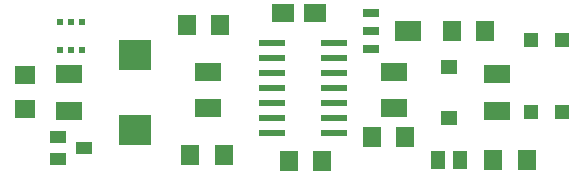
<source format=gbr>
G04 EAGLE Gerber RS-274X export*
G75*
%MOMM*%
%FSLAX34Y34*%
%LPD*%
%INSolderpaste Top*%
%IPPOS*%
%AMOC8*
5,1,8,0,0,1.08239X$1,22.5*%
G01*
%ADD10R,1.200000X1.200000*%
%ADD11R,1.300000X1.500000*%
%ADD12R,1.600000X1.800000*%
%ADD13R,1.950000X1.500000*%
%ADD14R,2.700000X2.550000*%
%ADD15R,1.470000X1.270000*%
%ADD16R,1.400000X0.800000*%
%ADD17R,2.200000X1.800000*%
%ADD18R,2.200000X0.600000*%
%ADD19R,2.200000X1.500000*%
%ADD20R,1.400000X1.000000*%
%ADD21R,1.600000X1.803000*%
%ADD22R,1.803000X1.600000*%
%ADD23R,0.600000X0.600000*%


D10*
X455100Y116400D03*
X481100Y116400D03*
X481100Y55400D03*
X455100Y55400D03*
D11*
X375700Y15300D03*
X394700Y15300D03*
D12*
X388000Y124100D03*
X416000Y124100D03*
X249500Y14100D03*
X277500Y14100D03*
D13*
X244550Y139700D03*
X272050Y139700D03*
D14*
X119200Y104150D03*
X119200Y40650D03*
D15*
X385400Y50900D03*
X385400Y93900D03*
D16*
X319590Y124140D03*
X319590Y109140D03*
X319590Y139140D03*
D17*
X350390Y124140D03*
D18*
X287700Y50800D03*
X235700Y50800D03*
X287700Y38100D03*
X287700Y63500D03*
X287700Y76200D03*
X235700Y38100D03*
X235700Y63500D03*
X235700Y76200D03*
X287700Y101600D03*
X235700Y101600D03*
X287700Y88900D03*
X287700Y114300D03*
X235700Y88900D03*
X235700Y114300D03*
D19*
X426100Y87700D03*
X426100Y56700D03*
X338900Y58800D03*
X338900Y89800D03*
X181100Y89700D03*
X181100Y58700D03*
X63900Y56800D03*
X63900Y87800D03*
D20*
X76500Y25200D03*
X54500Y15700D03*
X54500Y34700D03*
D21*
X194720Y19100D03*
X166280Y19100D03*
X319780Y34700D03*
X348220Y34700D03*
D22*
X25900Y86920D03*
X25900Y58480D03*
D21*
X163180Y129700D03*
X191620Y129700D03*
X451020Y15300D03*
X422580Y15300D03*
D23*
X74500Y132000D03*
X65000Y132000D03*
X55500Y132000D03*
X55500Y108000D03*
X65000Y108000D03*
X74500Y108000D03*
M02*

</source>
